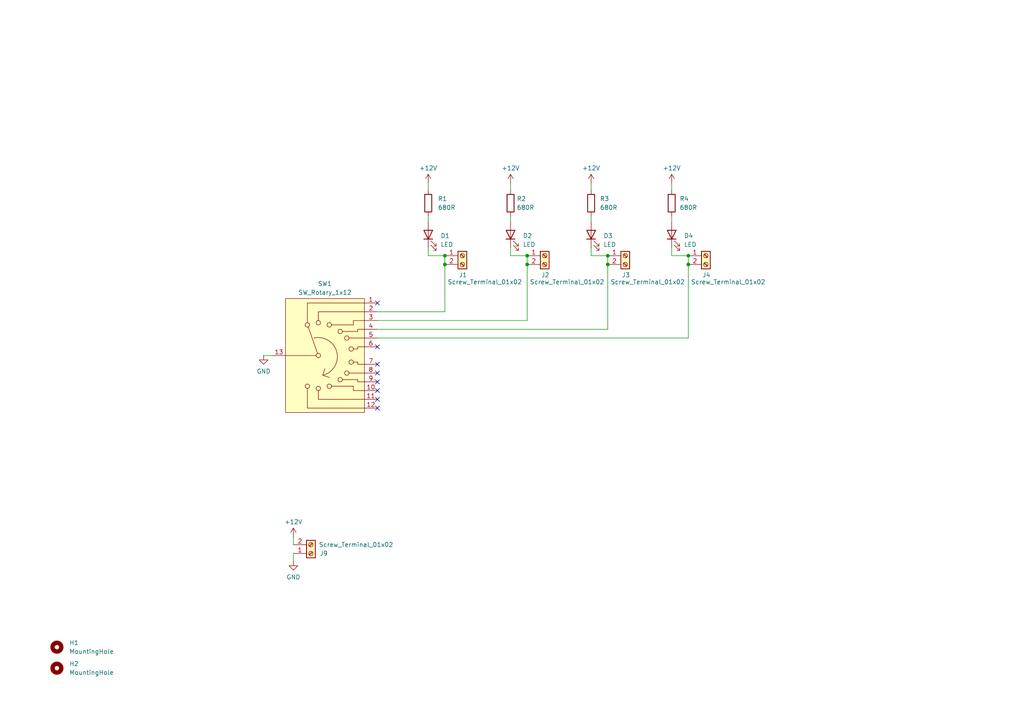
<source format=kicad_sch>
(kicad_sch (version 20250114) (generator "eeschema") (generator_version "9.0")
  (paper "A4")
  (title_block (title "Amp Switcher - 4-way Control Matrix") (date "2025-03-17") (rev "1.0") (comment 3 "SPDX-FileCopyrightText: 2025 Arnaud Ferraris <aferraris@debian.org>") (comment 4 "SPDX-License-Identifier: CERN-OHL-S-2.0+"))
  (lib_symbols
    (symbol "Connector:Screw_Terminal_01x02" (pin_names (offset 1.016) (hide yes))
      (property "Reference" "J" (at 0 2.54 0))
      (property "Value" "Screw_Terminal_01x02" (at 0 -5.08 0))
      (symbol "Screw_Terminal_01x02_1_1"
        (rectangle (start -1.27 1.27) (end 1.27 -3.81) (stroke (width 0.254)) (fill (type background)))
        (polyline (pts (xy -0.5334 0.3302) (xy 0.3302 -0.508)) (stroke (width 0.1524)))
        (polyline (pts (xy -0.5334 -2.2098) (xy 0.3302 -3.048)) (stroke (width 0.1524)))
        (polyline (pts (xy -0.3556 0.508) (xy 0.508 -0.3302)) (stroke (width 0.1524)))
        (polyline (pts (xy -0.3556 -2.032) (xy 0.508 -2.8702)) (stroke (width 0.1524)))
        (circle (center 0 0) (radius 0.635) (stroke (width 0.1524)))
        (circle (center 0 -2.54) (radius 0.635) (stroke (width 0.1524)))
        (pin passive line (at -5.08 0 0) (length 3.81) (name "Pin_1") (number "1"))
        (pin passive line (at -5.08 -2.54 0) (length 3.81) (name "Pin_2") (number "2"))
      )
    )
    (symbol "Device:LED" (pin_numbers (hide yes)) (pin_names (offset 1.016) (hide yes))
      (property "Reference" "D" (at 0 2.54 0))
      (property "Value" "LED" (at 0 -2.54 0))
      (symbol "LED_0_1"
        (polyline (pts (xy -3.048 -0.762) (xy -4.572 -2.286) (xy -3.81 -2.286) (xy -4.572 -2.286) (xy -4.572 -1.524)))
        (polyline (pts (xy -1.778 -0.762) (xy -3.302 -2.286) (xy -2.54 -2.286) (xy -3.302 -2.286) (xy -3.302 -1.524)))
        (polyline (pts (xy -1.27 0) (xy 1.27 0)))
        (polyline (pts (xy -1.27 -1.27) (xy -1.27 1.27)) (stroke (width 0.254)))
        (polyline (pts (xy 1.27 -1.27) (xy 1.27 1.27) (xy -1.27 0) (xy 1.27 -1.27)) (stroke (width 0.254)))
      )
      (symbol "LED_1_1"
        (pin passive line (at -3.81 0 0) (length 2.54) (name "K") (number "1"))
        (pin passive line (at 3.81 0 180) (length 2.54) (name "A") (number "2"))
      )
    )
    (symbol "Device:R" (pin_numbers (hide yes)) (pin_names (offset 0))
      (property "Reference" "R" (at 2.032 0 90))
      (property "Value" "R" (at 0 0 90))
      (symbol "R_0_1"
        (rectangle (start -1.016 -2.54) (end 1.016 2.54) (stroke (width 0.254)))
      )
      (symbol "R_1_1"
        (pin passive line (at 0 3.81 270) (length 1.27) (name "~") (number "1"))
        (pin passive line (at 0 -3.81 90) (length 1.27) (name "~") (number "2"))
      )
    )
    (symbol "Mechanical:MountingHole" (pin_names (offset 1.016)) (exclude_from_sim yes) (in_bom no)
      (property "Reference" "H" (at 0 5.08 0))
      (property "Value" "MountingHole" (at 0 3.175 0))
      (symbol "MountingHole_0_1"
        (circle (center 0 0) (radius 1.27) (stroke (width 1.27)))
      )
    )
    (symbol "Switch:SW_Rotary_1x12" (pin_names (offset 1.016) (hide yes))
      (property "Reference" "SW" (at 0 17.78 0))
      (property "Value" "SW_Rotary_1x12" (at 0 -17.78 0))
      (symbol "SW_Rotary_1x12_0_0"
        (polyline (pts (xy -5.08 9.525) (xy -5.08 15.24) (xy 11.43 15.24)))
        (circle (center -5.08 8.89) (radius 0.635))
        (circle (center -5.08 -8.89) (radius 0.635))
        (polyline (pts (xy -5.08 -9.525) (xy -5.08 -15.24) (xy 11.43 -15.24)))
        (polyline (pts (xy -2.1336 0.6096) (xy -4.826 8.2804)))
        (arc (start -3.175 5.08) (mid 3.4777 0.949) (end -0.635 -5.715))
        (polyline (pts (xy -1.905 10.16) (xy -1.905 12.7) (xy 11.43 12.7)))
        (circle (center -1.905 9.525) (radius 0.635))
        (circle (center -1.905 0) (radius 0.635))
        (circle (center -1.905 -9.525) (radius 0.635))
        (polyline (pts (xy -1.905 -10.16) (xy -1.905 -12.7) (xy 11.43 -12.7)))
        (polyline (pts (xy -0.635 -5.715) (xy 0 -3.81)))
        (polyline (pts (xy -0.635 -5.715) (xy 1.27 -6.35)))
        (circle (center 1.27 8.89) (radius 0.635))
        (circle (center 1.27 -8.89) (radius 0.635))
        (polyline (pts (xy 1.905 8.89) (xy 8.255 8.89) (xy 8.255 10.16) (xy 11.43 10.16)))
        (polyline (pts (xy 1.905 -8.89) (xy 8.255 -8.89) (xy 8.255 -10.16) (xy 11.43 -10.16)))
        (circle (center 4.445 6.985) (radius 0.635))
        (circle (center 4.445 -6.985) (radius 0.635))
        (polyline (pts (xy 5.08 6.985) (xy 9.525 6.985) (xy 9.525 7.62) (xy 11.43 7.62)))
        (polyline (pts (xy 5.08 -6.985) (xy 9.525 -6.985) (xy 9.525 -7.62) (xy 11.43 -7.62)))
        (circle (center 6.35 5.08) (radius 0.635))
        (circle (center 6.35 -5.08) (radius 0.635))
        (polyline (pts (xy 6.985 5.08) (xy 11.43 5.08)))
        (polyline (pts (xy 6.985 -5.08) (xy 11.43 -5.08)))
        (circle (center 7.62 1.905) (radius 0.635))
        (circle (center 7.62 -1.905) (radius 0.635))
        (polyline (pts (xy 8.255 1.905) (xy 9.525 1.905) (xy 9.525 2.54) (xy 11.43 2.54)))
        (polyline (pts (xy 8.255 -1.905) (xy 9.525 -1.905) (xy 9.525 -2.54) (xy 11.43 -2.54)))
      )
      (symbol "SW_Rotary_1x12_1_1"
        (rectangle (start -11.43 16.51) (end 11.43 -16.51) (fill (type background)))
        (polyline (pts (xy -11.43 0) (xy -2.54 0)))
        (pin passive line (at -15.24 0 0) (length 3.81) (name "13") (number "13"))
        (pin passive line (at 15.24 15.24 180) (length 3.81) (name "1") (number "1"))
        (pin passive line (at 15.24 12.7 180) (length 3.81) (name "2") (number "2"))
        (pin passive line (at 15.24 10.16 180) (length 3.81) (name "3") (number "3"))
        (pin passive line (at 15.24 7.62 180) (length 3.81) (name "4") (number "4"))
        (pin passive line (at 15.24 5.08 180) (length 3.81) (name "5") (number "5"))
        (pin passive line (at 15.24 2.54 180) (length 3.81) (name "6") (number "6"))
        (pin passive line (at 15.24 -2.54 180) (length 3.81) (name "7") (number "7"))
        (pin passive line (at 15.24 -5.08 180) (length 3.81) (name "8") (number "8"))
        (pin passive line (at 15.24 -7.62 180) (length 3.81) (name "9") (number "9"))
        (pin passive line (at 15.24 -10.16 180) (length 3.81) (name "10") (number "10"))
        (pin passive line (at 15.24 -12.7 180) (length 3.81) (name "11") (number "11"))
        (pin passive line (at 15.24 -15.24 180) (length 3.81) (name "12") (number "12"))
      )
    )
    (symbol "power:+12V" (power) (pin_numbers (hide yes)) (pin_names (offset 0) (hide yes))
      (property "Value" "+12V" (at 0 3.556 0))
      (symbol "+12V_0_1"
        (polyline (pts (xy -0.762 1.27) (xy 0 2.54)))
        (polyline (pts (xy 0 2.54) (xy 0.762 1.27)))
        (polyline (pts (xy 0 0) (xy 0 2.54)))
      )
      (symbol "+12V_1_1"
        (pin power_in line (at 0 0 90) (length 0) (name "~") (number "1"))
      )
    )
    (symbol "power:GND" (power) (pin_numbers (hide yes)) (pin_names (offset 0) (hide yes))
      (property "Value" "GND" (at 0 -3.81 0))
      (symbol "GND_0_1"
        (polyline (pts (xy 0 0) (xy 0 -1.27) (xy 1.27 -1.27) (xy 0 -2.54) (xy -1.27 -1.27) (xy 0 -1.27)))
      )
      (symbol "GND_1_1"
        (pin power_in line (at 0 0 270) (length 0) (name "~") (number "1"))
      )
    )
  )
  (junction (at 152.908 74.168))
  (junction (at 199.644 76.708))
  (junction (at 129.032 74.168))
  (junction (at 152.908 76.708))
  (junction (at 199.644 74.168))
  (junction (at 176.276 74.168))
  (junction (at 129.032 76.708))
  (junction (at 176.276 76.708))
  (no_connect (at 109.474 115.824))
  (no_connect (at 109.474 105.664))
  (no_connect (at 109.474 108.204))
  (no_connect (at 109.474 118.364))
  (no_connect (at 109.474 87.884))
  (no_connect (at 109.474 100.584))
  (no_connect (at 109.474 113.284))
  (no_connect (at 109.474 110.744))
  (wire (pts (xy 194.818 53.086) (xy 194.818 55.118)))
  (wire (pts (xy 124.206 53.086) (xy 124.206 55.118)))
  (wire (pts (xy 194.818 71.882) (xy 194.818 74.168)))
  (wire (pts (xy 85.09 160.528) (xy 85.09 162.814)))
  (wire (pts (xy 152.908 74.168) (xy 152.908 76.708)))
  (wire (pts (xy 171.45 74.168) (xy 176.276 74.168)))
  (wire (pts (xy 171.45 62.738) (xy 171.45 64.262)))
  (wire (pts (xy 109.474 92.964) (xy 152.908 92.964)))
  (wire (pts (xy 129.032 90.424) (xy 129.032 76.708)))
  (wire (pts (xy 148.082 74.168) (xy 152.908 74.168)))
  (wire (pts (xy 194.818 62.738) (xy 194.818 64.262)))
  (wire (pts (xy 148.082 62.738) (xy 148.082 64.262)))
  (wire (pts (xy 199.644 74.168) (xy 199.644 76.708)))
  (wire (pts (xy 109.474 95.504) (xy 176.276 95.504)))
  (wire (pts (xy 124.206 74.168) (xy 129.032 74.168)))
  (wire (pts (xy 109.474 98.044) (xy 199.644 98.044)))
  (wire (pts (xy 148.082 53.086) (xy 148.082 55.118)))
  (wire (pts (xy 194.818 74.168) (xy 199.644 74.168)))
  (wire (pts (xy 176.276 74.168) (xy 176.276 76.708)))
  (wire (pts (xy 129.032 74.168) (xy 129.032 76.708)))
  (wire (pts (xy 124.206 71.882) (xy 124.206 74.168)))
  (wire (pts (xy 171.45 71.882) (xy 171.45 74.168)))
  (wire (pts (xy 109.474 90.424) (xy 129.032 90.424)))
  (wire (pts (xy 176.276 95.504) (xy 176.276 76.708)))
  (wire (pts (xy 199.644 98.044) (xy 199.644 76.708)))
  (wire (pts (xy 171.45 53.086) (xy 171.45 55.118)))
  (wire (pts (xy 148.082 71.882) (xy 148.082 74.168)))
  (wire (pts (xy 124.206 62.738) (xy 124.206 64.262)))
  (wire (pts (xy 152.908 92.964) (xy 152.908 76.708)))
  (wire (pts (xy 76.454 103.124) (xy 78.994 103.124)))
  (wire (pts (xy 85.09 155.702) (xy 85.09 157.988)))
  (symbol (lib_id "Connector:Screw_Terminal_01x02") (at 90.17 160.528 0) (mirror x) (unit 1)
    (property "Reference" "J9" (at 92.71 160.528 0) (effects (justify left)))
    (property "Value" "Screw_Terminal_01x02" (at 92.456 157.988 0) (effects (justify left)))
    (property "Footprint" "TerminalBlock:TerminalBlock_bornier-2_P5.08mm" (effects (hide yes)))
    (property "Description" "Generic screw terminal, single row, 01x02, script generated (kicad-library-utils/schlib/autogen/connector/)" (effects (hide yes)))
  )
  (symbol (lib_id "Connector:Screw_Terminal_01x02") (at 134.112 74.168 0) (unit 1)
    (property "Reference" "J1" (at 133.096 79.756 0) (effects (justify left)))
    (property "Value" "Screw_Terminal_01x02" (at 129.794 81.788 0) (effects (justify left)))
    (property "Footprint" "TerminalBlock:TerminalBlock_bornier-2_P5.08mm" (effects (hide yes)))
    (property "Description" "Generic screw terminal, single row, 01x02, script generated (kicad-library-utils/schlib/autogen/connector/)" (effects (hide yes)))
  )
  (symbol (lib_id "power:+12V") (at 171.45 53.086 0) (unit 1)
    (property "Reference" "#PWR04" (effects (hide yes)))
    (property "Value" "+12V" (at 171.45 48.768 0))
    (property "Description" "Power symbol creates a global label with name \"+12V\"" (effects (hide yes)))
  )
  (symbol (lib_id "Switch:SW_Rotary_1x12") (at 94.234 103.124 0) (unit 1)
    (property "Reference" "SW1" (at 94.234 82.296 0))
    (property "Value" "SW_Rotary_1x12" (at 94.234 84.836 0))
    (property "Footprint" "Personal_Footprints:CK1059" (effects (hide yes)))
    (property "Datasheet" "http://cdn-reichelt.de/documents/datenblatt/C200/DS-Serie%23LOR.pdf" (effects (hide yes)))
    (property "Description" "rotary switch with 12 positions" (effects (hide yes)))
  )
  (symbol (lib_id "Connector:Screw_Terminal_01x02") (at 157.988 74.168 0) (unit 1)
    (property "Reference" "J2" (at 156.972 79.756 0) (effects (justify left)))
    (property "Value" "Screw_Terminal_01x02" (at 153.67 81.788 0) (effects (justify left)))
    (property "Footprint" "TerminalBlock:TerminalBlock_bornier-2_P5.08mm" (effects (hide yes)))
    (property "Description" "Generic screw terminal, single row, 01x02, script generated (kicad-library-utils/schlib/autogen/connector/)" (effects (hide yes)))
  )
  (symbol (lib_id "power:GND") (at 76.454 103.124 0) (unit 1)
    (property "Reference" "#PWR02" (effects (hide yes)))
    (property "Value" "GND" (at 76.454 107.696 0))
    (property "Description" "Power symbol creates a global label with name \"GND\" , ground" (effects (hide yes)))
  )
  (symbol (lib_id "Device:R") (at 194.818 58.928 0) (unit 1)
    (property "Reference" "R4" (at 197.104 57.6579 0) (effects (justify left)))
    (property "Value" "680R" (at 197.104 60.1979 0) (effects (justify left)))
    (property "Footprint" "Resistor_THT:R_Axial_DIN0207_L6.3mm_D2.5mm_P7.62mm_Horizontal" (effects (hide yes)))
    (property "Description" "Resistor" (effects (hide yes)))
  )
  (symbol (lib_id "Connector:Screw_Terminal_01x02") (at 181.356 74.168 0) (unit 1)
    (property "Reference" "J3" (at 180.34 79.756 0) (effects (justify left)))
    (property "Value" "Screw_Terminal_01x02" (at 177.038 81.788 0) (effects (justify left)))
    (property "Footprint" "TerminalBlock:TerminalBlock_bornier-2_P5.08mm" (effects (hide yes)))
    (property "Description" "Generic screw terminal, single row, 01x02, script generated (kicad-library-utils/schlib/autogen/connector/)" (effects (hide yes)))
  )
  (symbol (lib_id "Device:LED") (at 148.082 68.072 90) (unit 1)
    (property "Reference" "D2" (at 151.638 68.3894 90) (effects (justify right)))
    (property "Value" "LED" (at 151.638 70.9294 90) (effects (justify right)))
    (property "Footprint" "LED_THT:LED_D3.0mm" (effects (hide yes)))
    (property "Description" "Light emitting diode" (effects (hide yes)))
    (property "Sim.Pins" "1=K 2=A" (effects (hide yes)))
  )
  (symbol (lib_id "power:+12V") (at 124.206 53.086 0) (unit 1)
    (property "Reference" "#PWR01" (effects (hide yes)))
    (property "Value" "+12V" (at 124.206 48.768 0))
    (property "Description" "Power symbol creates a global label with name \"+12V\"" (effects (hide yes)))
  )
  (symbol (lib_id "power:+12V") (at 85.09 155.702 0) (unit 1)
    (property "Reference" "#PWR010" (effects (hide yes)))
    (property "Value" "+12V" (at 85.09 151.384 0))
    (property "Description" "Power symbol creates a global label with name \"+12V\"" (effects (hide yes)))
  )
  (symbol (lib_id "Device:LED") (at 124.206 68.072 90) (unit 1)
    (property "Reference" "D1" (at 127.762 68.3894 90) (effects (justify right)))
    (property "Value" "LED" (at 127.762 70.9294 90) (effects (justify right)))
    (property "Footprint" "LED_THT:LED_D3.0mm" (effects (hide yes)))
    (property "Description" "Light emitting diode" (effects (hide yes)))
    (property "Sim.Pins" "1=K 2=A" (effects (hide yes)))
  )
  (symbol (lib_id "Device:LED") (at 194.818 68.072 90) (unit 1)
    (property "Reference" "D4" (at 198.374 68.3894 90) (effects (justify right)))
    (property "Value" "LED" (at 198.374 70.9294 90) (effects (justify right)))
    (property "Footprint" "LED_THT:LED_D3.0mm" (effects (hide yes)))
    (property "Description" "Light emitting diode" (effects (hide yes)))
    (property "Sim.Pins" "1=K 2=A" (effects (hide yes)))
  )
  (symbol (lib_id "power:GND") (at 85.09 162.814 0) (unit 1)
    (property "Reference" "#PWR011" (effects (hide yes)))
    (property "Value" "GND" (at 85.09 167.386 0))
    (property "Description" "Power symbol creates a global label with name \"GND\" , ground" (effects (hide yes)))
  )
  (symbol (lib_id "Connector:Screw_Terminal_01x02") (at 204.724 74.168 0) (unit 1)
    (property "Reference" "J4" (at 203.708 79.756 0) (effects (justify left)))
    (property "Value" "Screw_Terminal_01x02" (at 200.406 81.788 0) (effects (justify left)))
    (property "Footprint" "TerminalBlock:TerminalBlock_bornier-2_P5.08mm" (effects (hide yes)))
    (property "Description" "Generic screw terminal, single row, 01x02, script generated (kicad-library-utils/schlib/autogen/connector/)" (effects (hide yes)))
  )
  (symbol (lib_id "Device:R") (at 124.206 58.928 0) (unit 1)
    (property "Reference" "R1" (at 127 57.6579 0) (effects (justify left)))
    (property "Value" "680R" (at 127 60.1979 0) (effects (justify left)))
    (property "Footprint" "Resistor_THT:R_Axial_DIN0207_L6.3mm_D2.5mm_P7.62mm_Horizontal" (effects (hide yes)))
    (property "Description" "Resistor" (effects (hide yes)))
  )
  (symbol (lib_id "Device:R") (at 148.082 58.928 0) (unit 1)
    (property "Reference" "R2" (at 149.86 57.6579 0) (effects (justify left)))
    (property "Value" "680R" (at 149.86 60.1979 0) (effects (justify left)))
    (property "Footprint" "Resistor_THT:R_Axial_DIN0207_L6.3mm_D2.5mm_P7.62mm_Horizontal" (effects (hide yes)))
    (property "Description" "Resistor" (effects (hide yes)))
  )
  (symbol (lib_id "Device:LED") (at 171.45 68.072 90) (unit 1)
    (property "Reference" "D3" (at 175.006 68.3894 90) (effects (justify right)))
    (property "Value" "LED" (at 175.006 70.9294 90) (effects (justify right)))
    (property "Footprint" "LED_THT:LED_D3.0mm" (effects (hide yes)))
    (property "Description" "Light emitting diode" (effects (hide yes)))
    (property "Sim.Pins" "1=K 2=A" (effects (hide yes)))
  )
  (symbol (lib_id "power:+12V") (at 148.082 53.086 0) (unit 1)
    (property "Reference" "#PWR03" (effects (hide yes)))
    (property "Value" "+12V" (at 148.082 48.768 0))
    (property "Description" "Power symbol creates a global label with name \"+12V\"" (effects (hide yes)))
  )
  (symbol (lib_id "power:+12V") (at 194.818 53.086 0) (unit 1)
    (property "Reference" "#PWR05" (effects (hide yes)))
    (property "Value" "+12V" (at 194.818 48.768 0))
    (property "Description" "Power symbol creates a global label with name \"+12V\"" (effects (hide yes)))
  )
  (symbol (lib_id "Device:R") (at 171.45 58.928 0) (unit 1)
    (property "Reference" "R3" (at 173.99 57.6579 0) (effects (justify left)))
    (property "Value" "680R" (at 173.99 60.1979 0) (effects (justify left)))
    (property "Footprint" "Resistor_THT:R_Axial_DIN0207_L6.3mm_D2.5mm_P7.62mm_Horizontal" (effects (hide yes)))
    (property "Description" "Resistor" (effects (hide yes)))
  )
  (symbol (lib_id "Mechanical:MountingHole") (at 16.51 193.802 0) (unit 1) (exclude_from_sim yes) (in_bom no)
    (property "Reference" "H2" (at 20.066 192.5319 0) (effects (justify left)))
    (property "Value" "MountingHole" (at 20.066 195.0719 0) (effects (justify left)))
    (property "Footprint" "MountingHole:MountingHole_3.2mm_M3" (effects (hide yes)))
    (property "Description" "Mounting Hole without connection" (effects (hide yes)))
  )
  (symbol (lib_id "Mechanical:MountingHole") (at 16.51 187.706 0) (unit 1) (exclude_from_sim yes) (in_bom no)
    (property "Reference" "H1" (at 20.066 186.4359 0) (effects (justify left)))
    (property "Value" "MountingHole" (at 20.066 188.9759 0) (effects (justify left)))
    (property "Footprint" "MountingHole:MountingHole_3.2mm_M3" (effects (hide yes)))
    (property "Description" "Mounting Hole without connection" (effects (hide yes)))
  )
)
</source>
